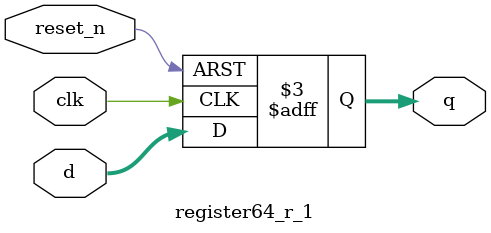
<source format=v>
module register64_r_1(clk, reset_n, d, q); 			//64bits Resettable Filp-Flop Module
	input clk, reset_n;
	input [63:0] d; 											//input define
	output reg [63:0] q; 									//output define
	
	always@(posedge clk or negedge reset_n) begin	//clock is rising edge and reset_n is falling edge
		if(reset_n == 0) q <= 64'b1;
		else q <= d;
	end
	
endmodule

</source>
